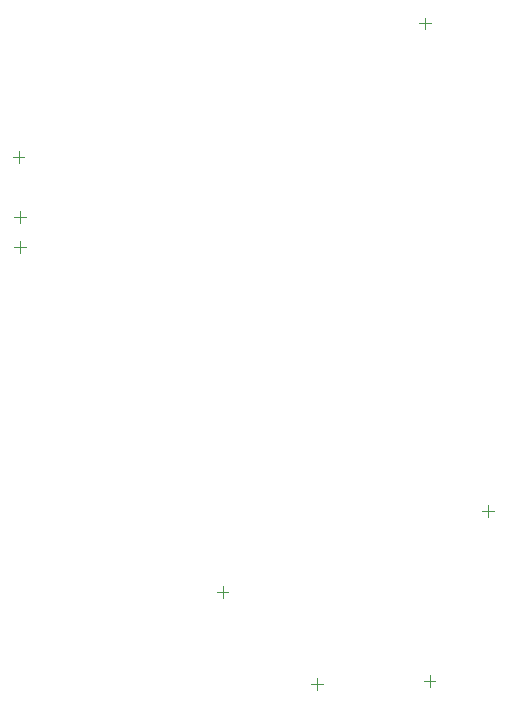
<source format=gbr>
G04*
G04 #@! TF.GenerationSoftware,Altium Limited,Altium Designer,24.4.1 (13)*
G04*
G04 Layer_Color=0*
%FSLAX44Y44*%
%MOMM*%
G71*
G04*
G04 #@! TF.SameCoordinates,35E0C0FB-C19D-4D04-833B-EC0655963EBE*
G04*
G04*
G04 #@! TF.FilePolarity,Positive*
G04*
G01*
G75*
%ADD63C,0.1000*%
D63*
X457200Y336630D02*
Y346630D01*
X452200Y341630D02*
X462200D01*
X402670Y198120D02*
X412670D01*
X407670Y193120D02*
Y203120D01*
X307420Y195580D02*
X317420D01*
X312420Y190580D02*
Y200580D01*
X227410Y273050D02*
X237410D01*
X232410Y268050D02*
Y278050D01*
X54690Y641350D02*
X64690D01*
X59690Y636350D02*
Y646350D01*
X60960Y585550D02*
Y595550D01*
X55960Y590550D02*
X65960D01*
X60960Y560150D02*
Y570150D01*
X55960Y565150D02*
X65960D01*
X403660Y749550D02*
Y759550D01*
X398660Y754550D02*
X408660D01*
M02*

</source>
